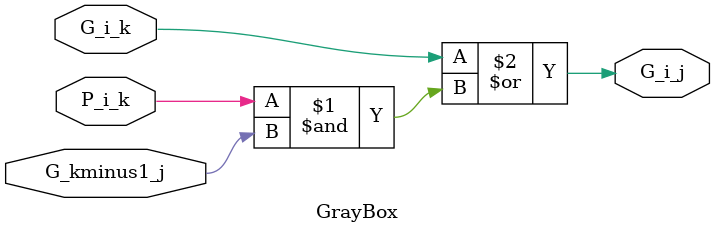
<source format=v>
module GrayBox(G_i_k, P_i_k, G_kminus1_j, G_i_j);
input G_i_k, P_i_k, G_kminus1_j;
output G_i_j;
assign G_i_j = G_i_k | (P_i_k & G_kminus1_j);
endmodule
</source>
